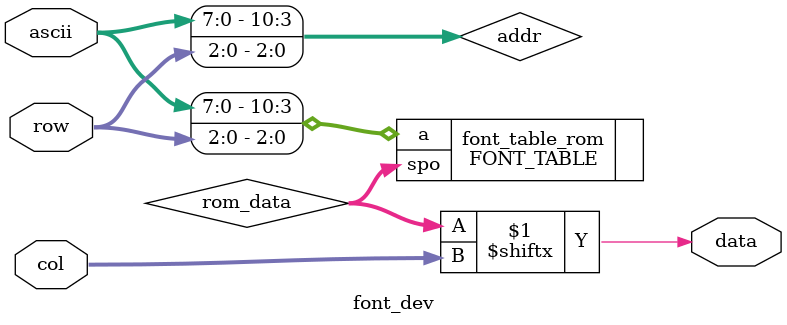
<source format=v>
`timescale 1ns / 1ps
module font_dev(
	input [7:0] ascii,
	input [2:0] row,
	input [2:0] col,
   
	output data
	);

	wire [10:0] addr;
	wire [7:0] rom_data;

	assign addr[10:0] = {ascii[7:0], row[2:0]};
	

	FONT_TABLE font_table_rom(
		.a(addr),
		.spo(rom_data));

	assign data = rom_data[col[2:0]];

endmodule

</source>
